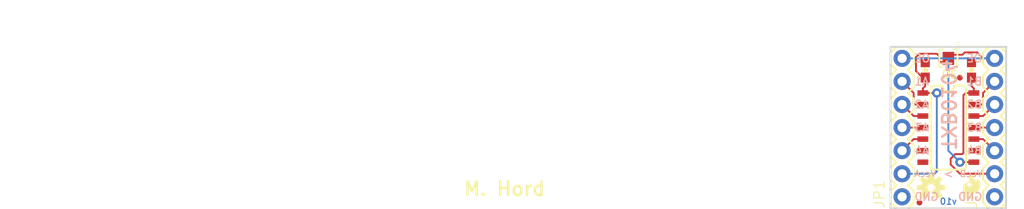
<source format=kicad_pcb>
(kicad_pcb (version 20211014) (generator pcbnew)
  (layers (0 "F.Cu" signal) (1 "In1.Cu" signal) (2 "In2.Cu" signal) (31 "B.Cu" signal) (34 "B.Paste" user) (35 "F.Paste" user) (36 "B.SilkS" user "B.Silkscreen") (37 "F.SilkS" user "F.Silkscreen") (38 "B.Mask" user) (39 "F.Mask" user) (44 "Edge.Cuts" user))
  (net 0 "")
  (net 1 "OE")
  (net 2 "3.3V")
  (net 3 "5V")
  (net 4 "B1")
  (net 5 "B2")
  (net 6 "B3")
  (net 7 "B4")
  (net 8 "GND")
  (net 9 "N$1")
  (net 10 "N$2")
  (net 11 "N$3")
  (net 12 "N$4")
  (footprint "boardEagle:MICRO-FIDUCIAL" (layer "F.Cu") (at 145.3261 113.2586)
    (fp_text reference "FID2" hide)
    (fp_text value "FIDUCIALUFIDUCIAL" hide)
    (pad "1" smd roundrect (at 0 0) (size 0.635 0.635) (layers "F.Cu" "F.Mask") (roundrect_rratio 0.5))
  )
  (footprint "boardEagle:1X07" (layer "F.Cu") (at 153.5811 112.6236 90)
    (fp_text reference "JP2" (at -1.3462 -1.8288 90) (layer "F.SilkS") (effects (font (size 1.143 1.143) (thickness 0.127)) (justify left bottom)))
    (fp_text value "")
    (fp_line (start 6.35 0.635) (end 5.715 1.27) (layer "F.SilkS") (width 0.2032))
    (fp_line (start 11.43 -0.635) (end 12.065 -1.27) (layer "F.SilkS") (width 0.2032))
    (fp_line (start 1.27 0.635) (end 0.635 1.27) (layer "F.SilkS") (width 0.2032))
    (fp_line (start 13.97 0.635) (end 13.335 1.27) (layer "F.SilkS") (width 0.2032))
    (fp_line (start 13.97 0.635) (end 14.605 1.27) (layer "F.SilkS") (width 0.2032))
    (fp_line (start 5.715 -1.27) (end 6.35 -0.635) (layer "F.SilkS") (width 0.2032))
    (fp_line (start 14.605 -1.27) (end 13.97 -0.635) (layer "F.SilkS") (width 0.2032))
    (fp_line (start 6.985 -1.27) (end 6.35 -0.635) (layer "F.SilkS") (width 0.2032))
    (fp_line (start 13.335 1.27) (end 12.065 1.27) (layer "F.SilkS") (width 0.2032))
    (fp_line (start 1.27 -0.635) (end 1.905 -1.27) (layer "F.SilkS") (width 0.2032))
    (fp_line (start 1.905 -1.27) (end 3.175 -1.27) (layer "F.SilkS") (width 0.2032))
    (fp_line (start 6.985 -1.27) (end 8.255 -1.27) (layer "F.SilkS") (width 0.2032))
    (fp_line (start 10.795 -1.27) (end 11.43 -0.635) (layer "F.SilkS") (width 0.2032))
    (fp_line (start 10.795 1.27) (end 9.525 1.27) (layer "F.SilkS") (width 0.2032))
    (fp_line (start 8.255 -1.27) (end 8.89 -0.635) (layer "F.SilkS") (width 0.2032))
    (fp_line (start 13.335 -1.27) (end 13.97 -0.635) (layer "F.SilkS") (width 0.2032))
    (fp_line (start 3.81 0.635) (end 3.175 1.27) (layer "F.SilkS") (width 0.2032))
    (fp_line (start -1.27 -0.635) (end -1.27 0.635) (layer "F.SilkS") (width 0.2032))
    (fp_line (start 16.51 -0.635) (end 16.51 0.635) (layer "F.SilkS") (width 0.2032))
    (fp_line (start 15.875 -1.27) (end 16.51 -0.635) (layer "F.SilkS") (width 0.2032))
    (fp_line (start 9.525 1.27) (end 8.89 0.635) (layer "F.SilkS") (width 0.2032))
    (fp_line (start 8.255 1.27) (end 6.985 1.27) (layer "F.SilkS") (width 0.2032))
    (fp_line (start 8.89 -0.635) (end 9.525 -1.27) (layer "F.SilkS") (width 0.2032))
    (fp_line (start -1.27 0.635) (end -0.635 1.27) (layer "F.SilkS") (width 0.2032))
    (fp_line (start 6.35 0.635) (end 6.985 1.27) (layer "F.SilkS") (width 0.2032))
    (fp_line (start 5.715 1.27) (end 4.445 1.27) (layer "F.SilkS") (width 0.2032))
    (fp_line (start 12.065 -1.27) (end 13.335 -1.27) (layer "F.SilkS") (width 0.2032))
    (fp_line (start 14.605 -1.27) (end 15.875 -1.27) (layer "F.SilkS") (width 0.2032))
    (fp_line (start 0.635 1.27) (end -0.635 1.27) (layer "F.SilkS") (width 0.2032))
    (fp_line (start 15.875 1.27) (end 14.605 1.27) (layer "F.SilkS") (width 0.2032))
    (fp_line (start 0.635 -1.27) (end 1.27 -0.635) (layer "F.SilkS") (width 0.2032))
    (fp_line (start 9.525 -1.27) (end 10.795 -1.27) (layer "F.SilkS") (width 0.2032))
    (fp_line (start 3.175 1.27) (end 1.905 1.27) (layer "F.SilkS") (width 0.2032))
    (fp_line (start 1.905 1.27) (end 1.27 0.635) (layer "F.SilkS") (width 0.2032))
    (fp_line (start 4.445 1.27) (end 3.81 0.635) (layer "F.SilkS") (width 0.2032))
    (fp_line (start 3.81 -0.635) (end 4.445 -1.27) (layer "F.SilkS") (width 0.2032))
    (fp_line (start 12.065 1.27) (end 11.43 0.635) (layer "F.SilkS") (width 0.2032))
    (fp_line (start -0.635 -1.27) (end -1.27 -0.635) (layer "F.SilkS") (width 0.2032))
    (fp_line (start 3.175 -1.27) (end 3.81 -0.635) (layer "F.SilkS") (width 0.2032))
    (fp_line (start 8.89 0.635) (end 8.255 1.27) (layer "F.SilkS") (width 0.2032))
    (fp_line (start -0.635 -1.27) (end 0.635 -1.27) (layer "F.SilkS") (width 0.2032))
    (fp_line (start 11.43 0.635) (end 10.795 1.27) (layer "F.SilkS") (width 0.2032))
    (fp_line (start 16.51 0.635) (end 15.875 1.27) (layer "F.SilkS") (width 0.2032))
    (fp_line (start 4.445 -1.27) (end 5.715 -1.27) (layer "F.SilkS") (width 0.2032))
    (pad "1" thru_hole circle (at 0 0 180) (size 1.8796 1.8796) (drill 1.016) (layers *.Cu *.Mask) (net 8 "GND"))
    (pad "2" thru_hole circle (at 2.54 0 180) (size 1.8796 1.8796) (drill 1.016) (layers *.Cu *.Mask) (net 3 "5V"))
    (pad "3" thru_hole circle (at 5.08 0 180) (size 1.8796 1.8796) (drill 1.016) (layers *.Cu *.Mask) (net 7 "B4"))
    (pad "4" thru_hole circle (at 7.62 0 180) (size 1.8796 1.8796) (drill 1.016) (layers *.Cu *.Mask) (net 6 "B3"))
    (pad "5" thru_hole circle (at 10.16 0 180) (size 1.8796 1.8796) (drill 1.016) (layers *.Cu *.Mask) (net 5 "B2"))
    (pad "6" thru_hole circle (at 12.7 0 180) (size 1.8796 1.8796) (drill 1.016) (layers *.Cu *.Mask) (net 4 "B1"))
    (pad "7" thru_hole circle (at 15.24 0 180) (size 1.8796 1.8796) (drill 1.016) (layers *.Cu *.Mask) (net 1 "OE"))
  )
  (footprint "boardEagle:CREATIVE_COMMONS" (layer "F.Cu") (at 64.6811 112.6236)
    (fp_text reference "FRAME1" hide)
    (fp_text value "FRAME-LETTER" hide)
  )
  (footprint "boardEagle:0603-CAP" (layer "F.Cu") (at 151.0411 98.6536 90)
    (fp_text reference "C2" (at -0.889 -0.762 90) (layer "F.SilkS") (effects (font (size 0.373888 0.373888) (thickness 0.032512)) (justify left bottom)))
    (fp_text value "0.1uF")
    (fp_line (start 0 -0.0305) (end 0 0.0305) (layer "F.SilkS") (width 0.5588))
    (pad "1" smd rect (at -0.85 0 90) (size 1.1 1) (layers "F.Cu" "F.Paste" "F.Mask") (net 3 "5V"))
    (pad "2" smd rect (at 0.85 0 90) (size 1.1 1) (layers "F.Cu" "F.Paste" "F.Mask") (net 8 "GND"))
  )
  (footprint "boardEagle:0603-CAP" (layer "F.Cu") (at 145.9611 98.6536 90)
    (fp_text reference "C1" (at -0.889 -0.762 90) (layer "F.SilkS") (effects (font (size 0.373888 0.373888) (thickness 0.032512)) (justify left bottom)))
    (fp_text value "0.1uF")
    (fp_line (start 0 -0.0305) (end 0 0.0305) (layer "F.SilkS") (width 0.5588))
    (pad "1" smd rect (at -0.85 0 90) (size 1.1 1) (layers "F.Cu" "F.Paste" "F.Mask") (net 2 "3.3V"))
    (pad "2" smd rect (at 0.85 0 90) (size 1.1 1) (layers "F.Cu" "F.Paste" "F.Mask") (net 8 "GND"))
  )
  (footprint "boardEagle:SJ_2S-NOTRACE" (layer "F.Cu") (at 148.5011 97.3836 -90)
    (fp_text reference "SJ1" (at -0.9525 -1.27 -90) (layer "F.SilkS") (effects (font (size 0.373888 0.373888) (thickness 0.032512)) (justify left bottom)))
    (fp_text value "SOLDERJUMPERNC2")
    (fp_line (start -0.8 -1) (end 0.8 -1) (layer "F.SilkS") (width 0.2032))
    (fp_line (start 0.8 1) (end -0.8 1) (layer "F.SilkS") (width 0.2032))
    (fp_arc (start -0.799999 0.999999) (mid -0.96216 0.891441) (end -1 0.7) (layer "F.SilkS") (width 0.2032))
    (fp_arc (start 0.8 -1) (mid 0.962191 -0.89146) (end 0.999999 -0.699999) (layer "F.SilkS") (width 0.2032))
    (fp_arc (start -1 -0.7) (mid -0.962161 -0.891441) (end -0.799999 -0.999999) (layer "F.SilkS") (width 0.2032))
    (fp_arc (start 1.000001 0.699999) (mid 0.962162 0.891441) (end 0.8 1) (layer "F.SilkS") (width 0.2032))
    (pad "1" smd rect (at -0.4009 0 90) (size 0.635 1.27) (layers "F.Cu" "F.Mask") (net 1 "OE"))
    (pad "2" smd rect (at 0.4127 0 270) (size 0.635 1.27) (layers "F.Cu" "F.Mask") (net 2 "3.3V"))
  )
  (footprint "boardEagle:SO14" (layer "F.Cu") (at 148.5011 105.0036 -90)
    (fp_text reference "U1" (at -3.175 -0.635 -90) (layer "F.SilkS") (effects (font (size 0.54864 0.54864) (thickness 0.06096)) (justify left bottom)))
    (fp_text value "")
    (fp_line (start -4.6228 -1.4526) (end -4.6228 -0.6096) (layer "F.SilkS") (width 0.2032))
    (fp_line (start -4.2418 1.9463) (end 4.3418 1.9463) (layer "F.SilkS") (width 0.2032))
    (fp_line (start 4.2418 -1.9463) (end -4.2418 -1.9463) (layer "F.SilkS") (width 0.2032))
    (fp_line (start -4.6228 1.6653) (end -4.6228 0.6604) (layer "F.SilkS") (width 0.2032))
    (fp_line (start 4.6228 1.5653) (end 4.6228 -1.5653) (layer "F.SilkS") (width 0.2032))
    (fp_arc (start -4.241799 1.946301) (mid -4.49054 1.884767) (end -4.6228 1.6653) (layer "F.SilkS") (width 0.2032))
    (fp_arc (start -4.6228 -1.4653) (mid -4.531948 -1.784731) (end -4.2418 -1.9463) (layer "F.SilkS") (width 0.2032))
    (fp_arc (start 4.2418 -1.9463) (mid 4.511237 -1.834736) (end 4.6228 -1.565298) (layer "F.SilkS") (width 0.2032))
    (fp_arc (start -4.572 -0.6096) (mid -3.937 0.0254) (end -4.572 0.6604) (layer "F.SilkS") (width 0.2032))
    (fp_arc (start 4.6228 1.5653) (mid 4.561208 1.813997) (end 4.3418 1.9463) (layer "F.SilkS") (width 0.2032))
    (pad "1" smd rect (at -3.81 2.8 270) (size 0.6 1.2) (layers "F.Cu" "F.Paste" "F.Mask") (net 2 "3.3V"))
    (pad "2" smd rect (at -2.54 2.8 270) (size 0.6 1.2) (layers "F.Cu" "F.Paste" "F.Mask") (net 12 "N$4"))
    (pad "3" smd rect (at -1.27 2.8 270) (size 0.6 1.2) (layers "F.Cu" "F.Paste" "F.Mask") (net 11 "N$3"))
    (pad "4" smd rect (at 0 2.8 270) (size 0.6 1.2) (layers "F.Cu" "F.Paste" "F.Mask") (net 10 "N$2"))
    (pad "5" smd rect (at 1.27 2.8 270) (size 0.6 1.2) (layers "F.Cu" "F.Paste" "F.Mask") (net 9 "N$1"))
    (pad "6" smd rect (at 2.54 2.8 270) (size 0.6 1.2) (layers "F.Cu" "F.Paste" "F.Mask"))
    (pad "7" smd rect (at 3.81 2.8 270) (size 0.6 1.2) (layers "F.Cu" "F.Paste" "F.Mask") (net 8 "GND"))
    (pad "8" smd rect (at 3.81 -2.8 270) (size 0.6 1.2) (layers "F.Cu" "F.Paste" "F.Mask") (net 1 "OE"))
    (pad "9" smd rect (at 2.54 -2.8 270) (size 0.6 1.2) (layers "F.Cu" "F.Paste" "F.Mask"))
    (pad "10" smd rect (at 1.27 -2.8 270) (size 0.6 1.2) (layers "F.Cu" "F.Paste" "F.Mask") (net 7 "B4"))
    (pad "11" smd rect (at 0 -2.8 270) (size 0.6 1.2) (layers "F.Cu" "F.Paste" "F.Mask") (net 6 "B3"))
    (pad "12" smd rect (at -1.27 -2.8 270) (size 0.6 1.2) (layers "F.Cu" "F.Paste" "F.Mask") (net 5 "B2"))
    (pad "13" smd rect (at -2.54 -2.8 270) (size 0.6 1.2) (layers "F.Cu" "F.Paste" "F.Mask") (net 4 "B1"))
    (pad "14" smd rect (at -3.81 -2.8 270) (size 0.6 1.2) (layers "F.Cu" "F.Paste" "F.Mask") (net 3 "5V"))
  )
  (footprint "boardEagle:OSHW-LOGO-S" (layer "F.Cu") (at 146.5961 111.6076)
    (fp_text reference "LOGO2" hide)
    (fp_text value "OSHW-LOGOS" hide)
    (fp_poly (pts (xy 0.301647 -1.061351) (xy 0.42347 -1.022344) (xy 0.537177 -0.963769) (xy 0.92862 -1.282946) (xy 1.282946 -0.92862) (xy 0.961035 -0.533823) (xy 1.057046 -0.302084) (xy 1.5638 -0.250561) (xy 1.5638 0.250561) (xy 1.057046 0.302084) (xy 0.961035 0.533823) (xy 1.282946 0.92862) (xy 0.92862 1.282946) (xy 0.537177 0.96377) (xy 0.356601 1.056794) (xy 0.088679 0.410073) (xy 0.326262 0.2176) (xy 0.373649 0.121468) (xy 0.392729 0.010339) (xy 0.379464 -0.101634) (xy 0.334947 -0.205229) (xy 0.262842 -0.291918) (xy 0.169087 -0.354561) (xy 0.061406 -0.387999) (xy -0.051342 -0.38948) (xy -0.159868 -0.358881) (xy -0.255234 -0.298724) (xy -0.329589 -0.213962) (xy -0.376813 -0.111569) (xy -0.392176 -0.005767) (xy -0.322923 0.222565) (xy -0.249312 0.303773) (xy 0.091677 0.5081) (xy -0.12929 0.5081) (xy -0.355332 1.053732) (xy -0.506597 0.983577) (xy -0.538922 0.965192) (xy -0.92862 1.282946) (xy -1.282946 0.92862) (xy -0.961035 0.533823) (xy -1.057046 0.302084) (xy -1.5638 0.250561) (xy -1.5638 -0.250561) (xy -1.057046 -0.302084) (xy -0.961035 -0.533823) (xy -1.282946 -0.92862) (xy -0.92862 -1.282946) (xy -0.533823 -0.961035) (xy -0.302084 -1.057046) (xy -0.250561 -1.5638) (xy 0.250561 -1.5638)) (layer "F.SilkS") (width 0) (fill solid))
  )
  (footprint "boardEagle:SFE-LOGO-FLAME" (layer "F.Cu") (at 150.1521 113.0046)
    (fp_text reference "LOGO1" hide)
    (fp_text value "LOGO-SFESK" hide)
    (fp_poly (pts (xy 1.126002 -2.808203) (xy 1.215449 -2.785829) (xy 1.228477 -2.780783) (xy 1.240149 -2.774875) (xy 1.25686 -2.766576) (xy 1.275552 -2.759834) (xy 1.371694 -2.7026) (xy 1.3793 -2.7026) (xy 1.3793 -2.6772) (xy 1.306833 -2.6772) (xy 1.208418 -2.657914) (xy 1.074855 -2.495286) (xy 1.079365 -2.436825) (xy 1.12809 -2.341869) (xy 1.204666 -2.265196) (xy 1.294069 -2.200638) (xy 1.369348 -2.168824) (xy 1.450737 -2.171632) (xy 1.458864 -2.174186) (xy 1.466257 -2.177389) (xy 1.530514 -2.236956) (xy 1.5368 -2.259812) (xy 1.5368 -2.377938) (xy 1.763707 -2.148127) (xy 1.868186 -1.856841) (xy 1.871603 -1.856894) (xy 1.87806 -1.650435) (xy 1.848857 -1.45742) (xy 1.785308 -1.272842) (xy 1.6663 -1.061578) (xy 1.6663 -1.080581) (xy 1.378131 -0.80901) (xy 0.982239 -0.6985) (xy 0.753005 -0.6985) (xy 0.716201 -0.692046) (xy 0.681776 -0.679592) (xy 0.496322 -0.541784) (xy -0.0126 0.03091) (xy -0.0126 -1.52077) (xy 0.060004 -1.761967) (xy 0.168295 -1.865489) (xy 0.307122 -1.917522) (xy 0.4039 -1.925089) (xy 0.499384 -1.917623) (xy 0.55991 -1.908099) (xy 0.557788 -1.884433) (xy 0.522216 -1.885242) (xy 0.501784 -1.876141) (xy 0.420519 -1.817154) (xy 0.400722 -1.79067) (xy 0.390395 -1.7285) (xy 0.400905 -1.665229) (xy 0.421405 -1.625174) (xy 0.452343 -1.592685) (xy 0.546535 -1.54355) (xy 0.652229 -1.531742) (xy 0.742768 -1.550084) (xy 0.82422 -1.589656) (xy 0.92203 -1.754659) (xy 0.907706 -1.848844) (xy 0.850914 -1.930401) (xy 0.584707 -2.263237) (xy 0.561667 -2.510855) (xy 0.627495 -2.621556) (xy 0.629042 -2.623103) (xy 0.778901 -2.74712) (xy 1.032676 -2.817064)) (layer "F.SilkS") (width 0) (fill solid))
  )
  (footprint "boardEagle:MICRO-FIDUCIAL" (layer "F.Cu") (at 149.7711 99.5172)
    (fp_text reference "FID1" hide)
    (fp_text value "FIDUCIALUFIDUCIAL" hide)
    (pad "1" smd roundrect (at 0 0) (size 0.635 0.635) (layers "F.Cu" "F.Mask") (roundrect_rratio 0.5))
  )
  (footprint "boardEagle:1X07" (layer "F.Cu") (at 143.4211 112.6236 90)
    (fp_text reference "JP1" (at -1.3462 -1.8288 90) (layer "F.SilkS") (effects (font (size 1.143 1.143) (thickness 0.127)) (justify left bottom)))
    (fp_text value "")
    (fp_line (start 12.065 -1.27) (end 13.335 -1.27) (layer "F.SilkS") (width 0.2032))
    (fp_line (start 8.255 1.27) (end 6.985 1.27) (layer "F.SilkS") (width 0.2032))
    (fp_line (start 16.51 0.635) (end 15.875 1.27) (layer "F.SilkS") (width 0.2032))
    (fp_line (start 1.905 1.27) (end 1.27 0.635) (layer "F.SilkS") (width 0.2032))
    (fp_line (start 4.445 -1.27) (end 5.715 -1.27) (layer "F.SilkS") (width 0.2032))
    (fp_line (start 11.43 0.635) (end 10.795 1.27) (layer "F.SilkS") (width 0.2032))
    (fp_line (start 9.525 1.27) (end 8.89 0.635) (layer "F.SilkS") (width 0.2032))
    (fp_line (start 8.89 0.635) (end 8.255 1.27) (layer "F.SilkS") (width 0.2032))
    (fp_line (start 10.795 -1.27) (end 11.43 -0.635) (layer "F.SilkS") (width 0.2032))
    (fp_line (start 1.905 -1.27) (end 3.175 -1.27) (layer "F.SilkS") (width 0.2032))
    (fp_line (start 3.175 -1.27) (end 3.81 -0.635) (layer "F.SilkS") (width 0.2032))
    (fp_line (start 13.335 1.27) (end 12.065 1.27) (layer "F.SilkS") (width 0.2032))
    (fp_line (start 9.525 -1.27) (end 10.795 -1.27) (layer "F.SilkS") (width 0.2032))
    (fp_line (start 12.065 1.27) (end 11.43 0.635) (layer "F.SilkS") (width 0.2032))
    (fp_line (start 15.875 -1.27) (end 16.51 -0.635) (layer "F.SilkS") (width 0.2032))
    (fp_line (start -0.635 -1.27) (end 0.635 -1.27) (layer "F.SilkS") (width 0.2032))
    (fp_line (start 3.81 0.635) (end 3.175 1.27) (layer "F.SilkS") (width 0.2032))
    (fp_line (start 8.89 -0.635) (end 9.525 -1.27) (layer "F.SilkS") (width 0.2032))
    (fp_line (start -1.27 -0.635) (end -1.27 0.635) (layer "F.SilkS") (width 0.2032))
    (fp_line (start 3.81 -0.635) (end 4.445 -1.27) (layer "F.SilkS") (width 0.2032))
    (fp_line (start 6.985 -1.27) (end 8.255 -1.27) (layer "F.SilkS") (width 0.2032))
    (fp_line (start 1.27 -0.635) (end 1.905 -1.27) (layer "F.SilkS") (width 0.2032))
    (fp_line (start 6.985 -1.27) (end 6.35 -0.635) (layer "F.SilkS") (width 0.2032))
    (fp_line (start 13.97 0.635) (end 14.605 1.27) (layer "F.SilkS") (width 0.2032))
    (fp_line (start 8.255 -1.27) (end 8.89 -0.635) (layer "F.SilkS") (width 0.2032))
    (fp_line (start 5.715 1.27) (end 4.445 1.27) (layer "F.SilkS") (width 0.2032))
    (fp_line (start 4.445 1.27) (end 3.81 0.635) (layer "F.SilkS") (width 0.2032))
    (fp_line (start 1.27 0.635) (end 0.635 1.27) (layer "F.SilkS") (width 0.2032))
    (fp_line (start 5.715 -1.27) (end 6.35 -0.635) (layer "F.SilkS") (width 0.2032))
    (fp_line (start 13.97 0.635) (end 13.335 1.27) (layer "F.SilkS") (width 0.2032))
    (fp_line (start 11.43 -0.635) (end 12.065 -1.27) (layer "F.SilkS") (width 0.2032))
    (fp_line (start 13.335 -1.27) (end 13.97 -0.635) (layer "F.SilkS") (width 0.2032))
    (fp_line (start 6.35 0.635) (end 5.715 1.27) (layer "F.SilkS") (width 0.2032))
    (fp_line (start 10.795 1.27) (end 9.525 1.27) (layer "F.SilkS") (width 0.2032))
    (fp_line (start 3.175 1.27) (end 1.905 1.27) (layer "F.SilkS") (width 0.2032))
    (fp_line (start 15.875 1.27) (end 14.605 1.27) (layer "F.SilkS") (width 0.2032))
    (fp_line (start -1.27 0.635) (end -0.635 1.27) (layer "F.SilkS") (width 0.2032))
    (fp_line (start -0.635 -1.27) (end -1.27 -0.635) (layer "F.SilkS") (width 0.2032))
    (fp_line (start 14.605 -1.27) (end 15.875 -1.27) (layer "F.SilkS") (width 0.2032))
    (fp_line (start 0.635 -1.27) (end 1.27 -0.635) (layer "F.SilkS") (width 0.2032))
    (fp_line (start 6.35 0.635) (end 6.985 1.27) (layer "F.SilkS") (width 0.2032))
    (fp_line (start 16.51 -0.635) (end 16.51 0.635) (layer "F.SilkS") (width 0.2032))
    (fp_line (start 14.605 -1.27) (end 13.97 -0.635) (layer "F.SilkS") (width 0.2032))
    (fp_line (start 0.635 1.27) (end -0.635 1.27) (layer "F.SilkS") (width 0.2032))
    (pad "1" thru_hole circle (at 0 0 180) (size 1.8796 1.8796) (drill 1.016) (layers *.Cu *.Mask) (net 8 "GND"))
    (pad "2" thru_hole circle (at 2.54 0 180) (size 1.8796 1.8796) (drill 1.016) (layers *.Cu *.Mask) (net 2 "3.3V"))
    (pad "3" thru_hole circle (at 5.08 0 180) (size 1.8796 1.8796) (drill 1.016) (layers *.Cu *.Mask) (net 9 "N$1"))
    (pad "4" thru_hole circle (at 7.62 0 180) (size 1.8796 1.8796) (drill 1.016) (layers *.Cu *.Mask) (net 10 "N$2"))
    (pad "5" thru_hole circle (at 10.16 0 180) (size 1.8796 1.8796) (drill 1.016) (layers *.Cu *.Mask) (net 11 "N$3"))
    (pad "6" thru_hole circle (at 12.7 0 180) (size 1.8796 1.8796) (drill 1.016) (layers *.Cu *.Mask) (net 12 "N$4"))
    (pad "7" thru_hole circle (at 15.24 0 180) (size 1.8796 1.8796) (drill 1.016) (layers *.Cu *.Mask) (net 1 "OE"))
  )
  (gr_line (start 154.8511 96.1136) (end 142.1511 96.1136) (layer "Edge.Cuts") (width 0.2032))
  (gr_line (start 154.8311 113.8936) (end 154.8511 96.1136) (layer "Edge.Cuts") (width 0.2032))
  (gr_line (start 142.1511 96.1136) (end 142.1511 113.8936) (layer "Edge.Cuts") (width 0.2032))
  (gr_line (start 142.1511 113.8936) (end 154.8311 113.8936) (layer "Edge.Cuts") (width 0.2032))
  (gr_text "v10" (at 148.5011 113.1316) (layer "B.Cu") (effects (font (size 0.69088 0.69088) (thickness 0.12192)) (justify mirror)))
  (gr_text "VccA" (at 144.6911 110.0836) (layer "B.SilkS") (effects (font (size 0.69088 0.69088) (thickness 0.12192)) (justify right mirror)))
  (gr_text "A3" (at 144.6911 105.0036) (layer "B.SilkS") (effects (font (size 0.8636 0.8636) (thickness 0.1524)) (justify right mirror)))
  (gr_text "GND" (at 144.6911 112.6236) (layer "B.SilkS") (effects (font (size 0.8636 0.8636) (thickness 0.1524)) (justify right mirror)))
  (gr_text "B2" (at 152.3111 102.4636) (layer "B.SilkS") (effects (font (size 0.8636 0.8636) (thickness 0.1524)) (justify left mirror)))
  (gr_text "A4" (at 144.6911 107.5436) (layer "B.SilkS") (effects (font (size 0.8636 0.8636) (thickness 0.1524)) (justify right mirror)))
  (gr_text "A2" (at 144.6911 102.4636) (layer "B.SilkS") (effects (font (size 0.8636 0.8636) (thickness 0.1524)) (justify right mirror)))
  (gr_text "OE" (at 152.3111 97.3836) (layer "B.SilkS") (effects (font (size 0.8636 0.8636) (thickness 0.1524)) (justify left mirror)))
  (gr_text ">" (at 148.5011 110.0836) (layer "B.SilkS") (effects (font (size 0.8636 0.8636) (thickness 0.1524)) (justify mirror)))
  (gr_text "TXB0104" (at 148.5011 107.5436 -90) (layer "B.SilkS") (effects (font (size 1.5113 1.5113) (thickness 0.2667)) (justify left mirror)))
  (gr_text "OE" (at 144.6911 97.3836) (layer "B.SilkS") (effects (font (size 0.8636 0.8636) (thickness 0.1524)) (justify right mirror)))
  (gr_text "A1" (at 144.6911 99.9236) (layer "B.SilkS") (effects (font (size 0.8636 0.8636) (thickness 0.1524)) (justify right mirror)))
  (gr_text "VccB" (at 152.3111 110.0836) (layer "B.SilkS") (effects (font (size 0.69088 0.69088) (thickness 0.12192)) (justify left mirror)))
  (gr_text "B3" (at 152.3111 105.0036) (layer "B.SilkS") (effects (font (size 0.8636 0.8636) (thickness 0.1524)) (justify left mirror)))
  (gr_text "B4" (at 152.3111 107.5436) (layer "B.SilkS") (effects (font (size 0.8636 0.8636) (thickness 0.1524)) (justify left mirror)))
  (gr_text "B1" (at 152.3111 99.9236) (layer "B.SilkS") (effects (font (size 0.8636 0.8636) (thickness 0.1524)) (justify left mirror)))
  (gr_text "GND" (at 152.3111 112.6236) (layer "B.SilkS") (effects (font (size 0.8636 0.8636) (thickness 0.1524)) (justify left mirror)))
  (gr_text "M. Hord" (at 95.1611 112.6236) (layer "F.SilkS") (effects (font (size 1.5113 1.5113) (thickness 0.2667)) (justify left bottom)))
  (gr_text "OE" (at 148.6281 99.1616) (layer "F.SilkS") (effects (font (size 0.8636 0.8636) (thickness 0.1524))))
  (segment (start 152.3111 97.3836) (end 153.5811 97.3836) (width 0.2032) (layer "F.Cu") (net 1))
  (segment (start 148.5011 96.9827) (end 150.045 96.9827) (width 0.2032) (layer "F.Cu") (net 1))
  (segment (start 151.3011 108.8136) (end 149.7711 108.8136) (width 0.2032) (layer "F.Cu") (net 1))
  (segment (start 150.045 96.9827) (end 150.299 96.7287) (width 0.2032) (layer "F.Cu") (net 1))
  (segment (start 151.6562 96.7287) (end 152.3111 97.3836) (width 0.2032) (layer "F.Cu") (net 1))
  (segment (start 150.299 96.7287) (end 151.6562 96.7287) (width 0.2032) (layer "F.Cu") (net 1))
  (via (at 149.7711 108.8136) (size 1.016) (drill 0.508) (layers "F.Cu" "B.Cu") (net 1))
  (segment (start 148.5011 107.5436) (end 148.5011 97.3836) (width 0.2032) (layer "B.Cu") (net 1))
  (segment (start 153.5811 97.3836) (end 148.5011 97.3836) (width 0.2032) (layer "B.Cu") (net 1))
  (segment (start 149.7711 108.8136) (end 148.5011 107.5436) (width 0.2032) (layer "B.Cu") (net 1))
  (segment (start 148.5011 97.3836) (end 143.4211 97.3836) (width 0.2032) (layer "B.Cu") (net 1))
  (segment (start 145.9611 100.4316) (end 145.9611 99.5036) (width 0.2032) (layer "F.Cu") (net 2))
  (segment (start 147.4851 97.1296) (end 147.2311 96.8756) (width 0.2032) (layer "F.Cu") (net 2))
  (segment (start 145.7011 101.1936) (end 147.2311 101.1936) (width 0.2032) (layer "F.Cu") (net 2))
  (segment (start 145.3261 96.8756) (end 144.9451 97.2566) (width 0.2032) (layer "F.Cu") (net 2))
  (segment (start 145.7011 100.6916) (end 145.9611 100.4316) (width 0.2032) (layer "F.Cu") (net 2))
  (segment (start 148.5011 97.7963) (end 147.6438 97.7963) (width 0.2032) (layer "F.Cu") (net 2))
  (segment (start 147.6438 97.7963) (end 147.4851 97.6376) (width 0.2032) (layer "F.Cu") (net 2))
  (segment (start 145.4681 99.3036) (end 144.9451 98.7806) (width 0.2032) (layer "F.Cu") (net 2))
  (segment (start 145.7011 101.1936) (end 145.7011 100.6916) (width 0.2032) (layer "F.Cu") (net 2))
  (segment (start 147.4851 97.6376) (end 147.4851 97.1296) (width 0.2032) (layer "F.Cu") (net 2))
  (segment (start 144.9451 98.7806) (end 144.9451 97.2566) (width 0.2032) (layer "F.Cu") (net 2))
  (segment (start 145.9611 99.5036) (end 145.9611 99.9236) (width 0.254) (layer "F.Cu") (net 2))
  (segment (start 147.2311 96.8756) (end 145.3261 96.8756) (width 0.2032) (layer "F.Cu") (net 2))
  (segment (start 145.9611 99.5036) (end 145.4681 99.3036) (width 0.2032) (layer "F.Cu") (net 2))
  (via (at 147.2311 101.1936) (size 1.016) (drill 0.508) (layers "F.Cu" "B.Cu") (net 2))
  (segment (start 146.9771 110.0836) (end 143.4211 110.0836) (width 0.2032) (layer "B.Cu") (net 2))
  (segment (start 147.2311 101.1936) (end 147.2311 109.8296) (width 0.2032) (layer "B.Cu") (net 2))
  (segment (start 147.2311 109.8296) (end 146.9771 110.0836) (width 0.2032) (layer "B.Cu") (net 2))
  (segment (start 148.7551 108.4326) (end 148.7551 109.0676) (width 0.2032) (layer "F.Cu") (net 3))
  (segment (start 150.4061 101.1936) (end 150.1521 101.4476) (width 0.2032) (layer "F.Cu") (net 3))
  (segment (start 149.7711 110.0836) (end 153.5811 110.0836) (width 0.2032) (layer "F.Cu") (net 3))
  (segment (start 150.1521 101.4476) (end 150.1521 107.7976) (width 0.2032) (layer "F.Cu") (net 3))
  (segment (start 151.0411 100.4316) (end 151.0411 99.5036) (width 0.2032) (layer "F.Cu") (net 3))
  (segment (start 149.2631 107.9246) (end 148.7551 108.4326) (width 0.2032) (layer "F.Cu") (net 3))
  (segment (start 151.0411 99.5036) (end 151.0411 99.9236) (width 0.254) (layer "F.Cu") (net 3))
  (segment (start 151.3011 100.6916) (end 151.0411 100.4316) (width 0.2032) (layer "F.Cu") (net 3))
  (segment (start 151.3011 101.1936) (end 151.3011 100.6916) (width 0.2032) (layer "F.Cu") (net 3))
  (segment (start 150.0251 107.9246) (end 149.2631 107.9246) (width 0.2032) (layer "F.Cu") (net 3))
  (segment (start 150.1521 107.7976) (end 150.0251 107.9246) (width 0.2032) (layer "F.Cu") (net 3))
  (segment (start 151.3011 101.1936) (end 150.4061 101.1936) (width 0.2032) (layer "F.Cu") (net 3))
  (segment (start 148.7551 109.0676) (end 149.7711 110.0836) (width 0.2032) (layer "F.Cu") (net 3))
  (segment (start 151.3011 102.4636) (end 152.1841 102.4636) (width 0.2032) (layer "F.Cu") (net 4))
  (segment (start 152.3111 101.1936) (end 153.5811 99.9236) (width 0.2032) (layer "F.Cu") (net 4))
  (segment (start 152.1841 102.4636) (end 152.3111 102.3366) (width 0.2032) (layer "F.Cu") (net 4))
  (segment (start 152.3111 102.3366) (end 152.3111 101.1936) (width 0.2032) (layer "F.Cu") (net 4))
  (segment (start 151.3011 103.7336) (end 152.3111 103.7336) (width 0.2032) (layer "F.Cu") (net 5))
  (segment (start 152.3111 103.7336) (end 153.5811 102.4636) (width 0.2032) (layer "F.Cu") (net 5))
  (segment (start 151.3011 105.0036) (end 153.5811 105.0036) (width 0.2032) (layer "F.Cu") (net 6))
  (segment (start 151.3011 106.2736) (end 152.3111 106.2736) (width 0.2032) (layer "F.Cu") (net 7))
  (segment (start 152.3111 106.2736) (end 153.5811 107.5436) (width 0.2032) (layer "F.Cu") (net 7))
  (segment (start 145.7011 106.2736) (end 144.6911 106.2736) (width 0.2032) (layer "F.Cu") (net 9))
  (segment (start 144.6911 106.2736) (end 143.4211 107.5436) (width 0.2032) (layer "F.Cu") (net 9))
  (segment (start 145.7011 105.0036) (end 143.4211 105.0036) (width 0.2032) (layer "F.Cu") (net 10))
  (segment (start 144.6911 103.7336) (end 143.4211 102.4636) (width 0.2032) (layer "F.Cu") (net 11))
  (segment (start 145.7011 103.7336) (end 144.6911 103.7336) (width 0.2032) (layer "F.Cu") (net 11))
  (segment (start 144.8181 102.4636) (end 144.6911 102.3366) (width 0.2032) (layer "F.Cu") (net 12))
  (segment (start 144.6911 102.3366) (end 144.6911 101.1936) (width 0.2032) (layer "F.Cu") (net 12))
  (segment (start 144.6911 101.1936) (end 143.4211 99.9236) (width 0.2032) (layer "F.Cu") (net 12))
  (segment (start 145.7011 102.4636) (end 144.8181 102.4636) (width 0.2032) (layer "F.Cu") (net 12))
)
</source>
